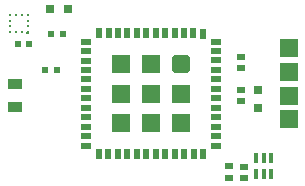
<source format=gbp>
G04*
G04 #@! TF.GenerationSoftware,Altium Limited,Altium Designer,19.1.5 (86)*
G04*
G04 Layer_Color=128*
%FSAX25Y25*%
%MOIN*%
G70*
G01*
G75*
%ADD18R,0.02520X0.02362*%
%ADD20R,0.01968X0.02362*%
%ADD28R,0.03150X0.03150*%
%ADD31R,0.03150X0.03150*%
%ADD64R,0.05906X0.05906*%
%ADD65R,0.05118X0.03543*%
%ADD66R,0.01083X0.00984*%
%ADD67R,0.00984X0.01083*%
%ADD68R,0.00394X0.00394*%
%ADD69R,0.01575X0.03543*%
%ADD71R,0.05906X0.05906*%
G04:AMPARAMS|DCode=72|XSize=59.06mil|YSize=59.06mil|CornerRadius=5.91mil|HoleSize=0mil|Usage=FLASHONLY|Rotation=180.000|XOffset=0mil|YOffset=0mil|HoleType=Round|Shape=RoundedRectangle|*
%AMROUNDEDRECTD72*
21,1,0.05906,0.04724,0,0,180.0*
21,1,0.04724,0.05906,0,0,180.0*
1,1,0.01181,-0.02362,0.02362*
1,1,0.01181,0.02362,0.02362*
1,1,0.01181,0.02362,-0.02362*
1,1,0.01181,-0.02362,-0.02362*
%
%ADD72ROUNDEDRECTD72*%
%ADD85R,0.03780X0.01968*%
%ADD86R,0.03740X0.01929*%
%ADD87R,0.03740X0.01929*%
%ADD88R,0.01929X0.03740*%
G36*
X0129043Y0170965D02*
Y0169882D01*
X0128059D01*
X0128059Y0170620D01*
X0128404Y0170965D01*
X0129043Y0170965D01*
D02*
G37*
D18*
X0195598Y0125748D02*
D03*
Y0121968D02*
D03*
X0200441Y0121890D02*
D03*
Y0125669D02*
D03*
X0199535Y0158504D02*
D03*
Y0162284D02*
D03*
Y0151260D02*
D03*
Y0147480D02*
D03*
D20*
X0138315Y0158031D02*
D03*
X0134378D02*
D03*
X0136150Y0169803D02*
D03*
X0140087D02*
D03*
X0129063Y0166496D02*
D03*
X0125126D02*
D03*
D28*
X0141819Y0178228D02*
D03*
X0135913D02*
D03*
D31*
X0205244Y0151181D02*
D03*
Y0145276D02*
D03*
D64*
X0215638Y0141496D02*
D03*
Y0149370D02*
D03*
Y0157244D02*
D03*
Y0165118D02*
D03*
D65*
X0124221Y0145709D02*
D03*
Y0153189D02*
D03*
D66*
X0128551Y0172402D02*
D03*
Y0174370D02*
D03*
X0122646D02*
D03*
X0122646Y0172402D02*
D03*
D67*
X0128551Y0176339D02*
D03*
X0126583D02*
D03*
X0124614D02*
D03*
X0122646D02*
D03*
Y0170433D02*
D03*
X0124614D02*
D03*
X0126583D02*
D03*
D68*
X0128551D02*
D03*
D69*
X0204575Y0123346D02*
D03*
X0207134D02*
D03*
X0209693D02*
D03*
Y0128465D02*
D03*
X0207134D02*
D03*
X0204575D02*
D03*
D71*
X0159724Y0140197D02*
D03*
X0169567Y0140197D02*
D03*
X0179508Y0140197D02*
D03*
X0159724Y0150039D02*
D03*
X0169567D02*
D03*
X0179409Y0150039D02*
D03*
X0159724Y0159882D02*
D03*
X0169567Y0159882D02*
D03*
D72*
X0179409Y0159882D02*
D03*
D85*
X0191347Y0167382D02*
D03*
X0147803Y0167342D02*
D03*
Y0164193D02*
D03*
Y0161043D02*
D03*
Y0157894D02*
D03*
Y0154744D02*
D03*
Y0151594D02*
D03*
Y0148445D02*
D03*
Y0145295D02*
D03*
Y0142146D02*
D03*
Y0138996D02*
D03*
Y0135846D02*
D03*
Y0132697D02*
D03*
D86*
X0191366Y0164252D02*
D03*
Y0161063D02*
D03*
X0191366Y0154764D02*
D03*
X0191366Y0151614D02*
D03*
X0191366Y0148465D02*
D03*
Y0145315D02*
D03*
X0191366Y0142165D02*
D03*
X0191366Y0139016D02*
D03*
X0191366Y0135866D02*
D03*
Y0132717D02*
D03*
D87*
X0191366Y0157913D02*
D03*
D88*
X0186917Y0130039D02*
D03*
X0183768D02*
D03*
X0180579D02*
D03*
X0177429Y0130039D02*
D03*
X0174319Y0130039D02*
D03*
X0171169Y0130039D02*
D03*
X0168020Y0130039D02*
D03*
X0164870Y0130039D02*
D03*
X0161720Y0130039D02*
D03*
X0158571Y0130039D02*
D03*
X0155382D02*
D03*
X0152075Y0130039D02*
D03*
X0186917Y0170039D02*
D03*
X0183728Y0170079D02*
D03*
X0180579D02*
D03*
X0177429Y0170079D02*
D03*
X0174279Y0170079D02*
D03*
X0171169Y0170079D02*
D03*
X0168020Y0170079D02*
D03*
X0164870D02*
D03*
X0161720Y0170079D02*
D03*
X0158571Y0170079D02*
D03*
X0155421D02*
D03*
X0152232D02*
D03*
M02*

</source>
